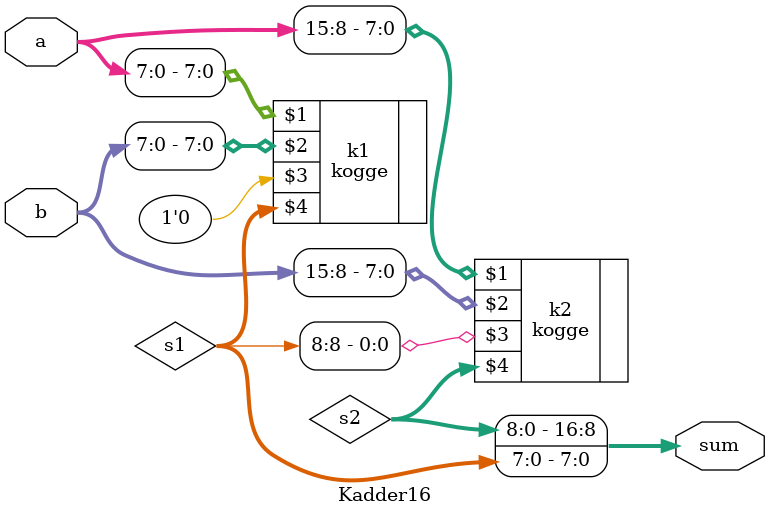
<source format=v>
module Kadder16(input [15:0]a,b, output [16:0]sum);
    wire [8:0] s1,s2;
    kogge k1(a[7:0],b[7:0],1'b0,s1[8:0]),
           k2(a[15:8],b[15:8],s1[8],s2[8:0]);
    assign sum = {s2[8:0],s1[7:0]};
endmodule
</source>
